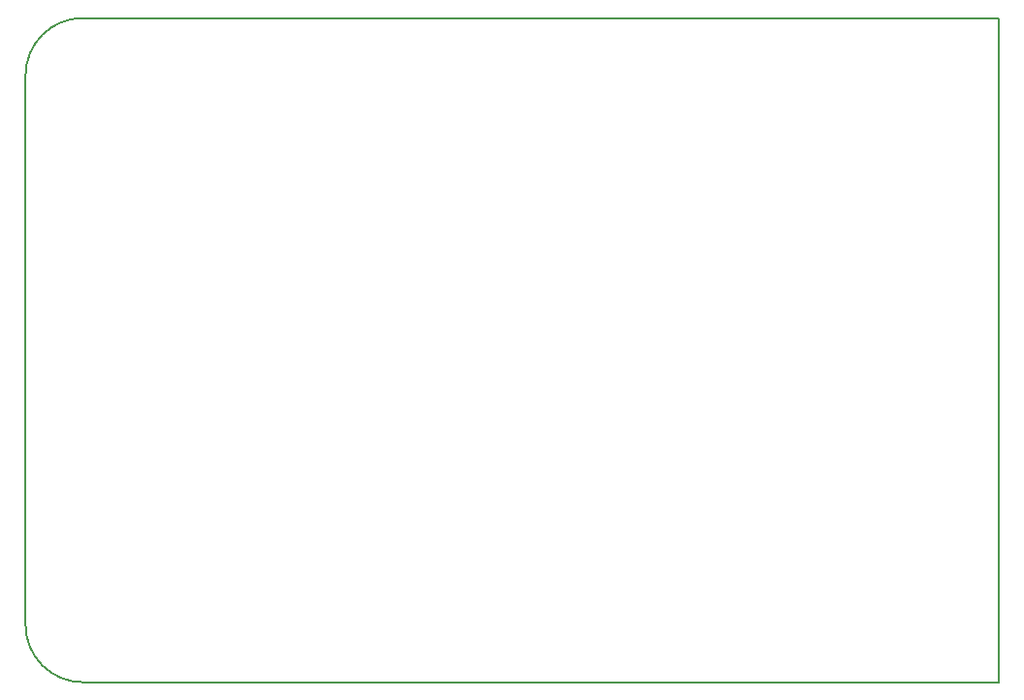
<source format=gbr>
%TF.GenerationSoftware,KiCad,Pcbnew,9.0.5*%
%TF.CreationDate,2026-01-03T21:21:06+05:30*%
%TF.ProjectId,Dietarium,44696574-6172-4697-956d-2e6b69636164,rev?*%
%TF.SameCoordinates,Original*%
%TF.FileFunction,Profile,NP*%
%FSLAX46Y46*%
G04 Gerber Fmt 4.6, Leading zero omitted, Abs format (unit mm)*
G04 Created by KiCad (PCBNEW 9.0.5) date 2026-01-03 21:21:06*
%MOMM*%
%LPD*%
G01*
G04 APERTURE LIST*
%TA.AperFunction,Profile*%
%ADD10C,0.200000*%
%TD*%
G04 APERTURE END LIST*
D10*
X50000000Y-103000000D02*
X50000000Y-55000000D01*
X50000000Y-55000000D02*
G75*
G02*
X55000000Y-50000000I5000000J0D01*
G01*
X55000000Y-50000000D02*
X135000000Y-50000000D01*
X135000000Y-108000000D02*
X55000000Y-108000000D01*
X55000000Y-108000000D02*
G75*
G02*
X50000000Y-103000000I0J5000000D01*
G01*
X135000000Y-50000000D02*
X135000000Y-108000000D01*
M02*

</source>
